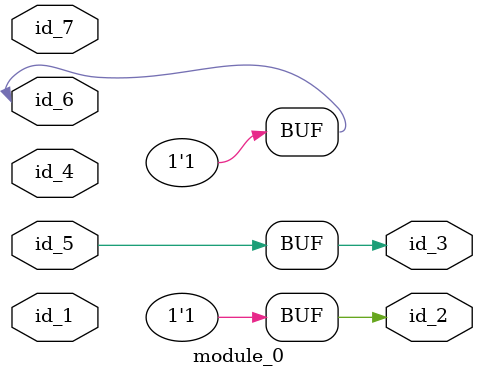
<source format=v>
module module_0 (
    id_1,
    id_2,
    id_3,
    id_4,
    id_5,
    id_6,
    id_7
);
  input id_7;
  inout id_6;
  inout id_5;
  inout id_4;
  output id_3;
  output id_2;
  input id_1;
  assign id_6 = 1;
  assign id_2 = 1;
  assign id_3 = id_5;
  assign id_6 = 1;
endmodule

</source>
